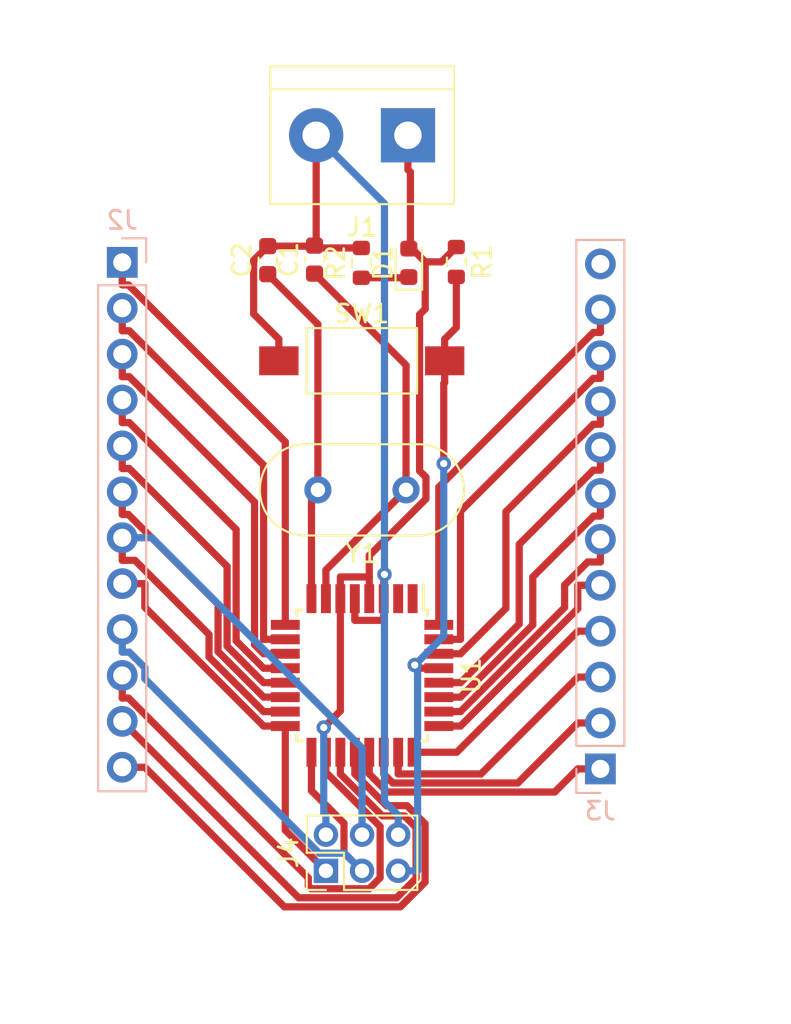
<source format=kicad_pcb>
(kicad_pcb (version 20171130) (host pcbnew "(5.1.6)-1")

  (general
    (thickness 1.6)
    (drawings 7)
    (tracks 216)
    (zones 0)
    (modules 12)
    (nets 30)
  )

  (page A4)
  (layers
    (0 F.Cu signal)
    (31 B.Cu signal)
    (32 B.Adhes user)
    (33 F.Adhes user)
    (34 B.Paste user)
    (35 F.Paste user)
    (36 B.SilkS user)
    (37 F.SilkS user)
    (38 B.Mask user)
    (39 F.Mask user)
    (40 Dwgs.User user)
    (41 Cmts.User user)
    (42 Eco1.User user)
    (43 Eco2.User user)
    (44 Edge.Cuts user)
    (45 Margin user)
    (46 B.CrtYd user)
    (47 F.CrtYd user)
    (48 B.Fab user)
    (49 F.Fab user)
  )

  (setup
    (last_trace_width 0.4)
    (trace_clearance 0.1)
    (zone_clearance 0.508)
    (zone_45_only no)
    (trace_min 0.2)
    (via_size 0.8)
    (via_drill 0.4)
    (via_min_size 0.4)
    (via_min_drill 0.3)
    (uvia_size 0.3)
    (uvia_drill 0.1)
    (uvias_allowed no)
    (uvia_min_size 0.2)
    (uvia_min_drill 0.1)
    (edge_width 0.05)
    (segment_width 0.2)
    (pcb_text_width 0.3)
    (pcb_text_size 1.5 1.5)
    (mod_edge_width 0.12)
    (mod_text_size 1 1)
    (mod_text_width 0.15)
    (pad_size 1.524 1.524)
    (pad_drill 0.762)
    (pad_to_mask_clearance 0.05)
    (aux_axis_origin 0 0)
    (visible_elements 7FFFFFFF)
    (pcbplotparams
      (layerselection 0x00000_ffffffff)
      (usegerberextensions false)
      (usegerberattributes true)
      (usegerberadvancedattributes true)
      (creategerberjobfile true)
      (excludeedgelayer true)
      (linewidth 0.100000)
      (plotframeref false)
      (viasonmask false)
      (mode 1)
      (useauxorigin false)
      (hpglpennumber 1)
      (hpglpenspeed 20)
      (hpglpendiameter 15.000000)
      (psnegative false)
      (psa4output false)
      (plotreference true)
      (plotvalue true)
      (plotinvisibletext false)
      (padsonsilk false)
      (subtractmaskfromsilk false)
      (outputformat 1)
      (mirror false)
      (drillshape 0)
      (scaleselection 1)
      (outputdirectory "gerber"))
  )

  (net 0 "")
  (net 1 "Net-(C1-Pad1)")
  (net 2 GND)
  (net 3 "Net-(C2-Pad1)")
  (net 4 "Net-(J3-Pad3)")
  (net 5 "Net-(J3-Pad6)")
  (net 6 "Net-(J3-Pad7)")
  (net 7 "Net-(J3-Pad8)")
  (net 8 "Net-(D1-Pad1)")
  (net 9 /5+)
  (net 10 "Net-(J2-Pad1)")
  (net 11 "Net-(J2-Pad2)")
  (net 12 "Net-(J2-Pad3)")
  (net 13 "Net-(J2-Pad4)")
  (net 14 "Net-(J2-Pad5)")
  (net 15 "Net-(J2-Pad6)")
  (net 16 "Net-(J2-Pad10)")
  (net 17 /ADC6)
  (net 18 /AREF)
  (net 19 /PD3)
  (net 20 /PD1)
  (net 21 /PD0)
  (net 22 "Net-(J3-Pad5)")
  (net 23 "Net-(J3-Pad4)")
  (net 24 /ADC7)
  (net 25 /AGND21)
  (net 26 /Mosi)
  (net 27 /Miso)
  (net 28 /Sck)
  (net 29 /Reset)

  (net_class Default "This is the default net class."
    (clearance 0.1)
    (trace_width 0.4)
    (via_dia 0.8)
    (via_drill 0.4)
    (uvia_dia 0.3)
    (uvia_drill 0.1)
    (add_net /5+)
    (add_net /ADC6)
    (add_net /ADC7)
    (add_net /AGND21)
    (add_net /AREF)
    (add_net /Miso)
    (add_net /Mosi)
    (add_net /PD0)
    (add_net /PD1)
    (add_net /PD3)
    (add_net /Reset)
    (add_net /Sck)
    (add_net GND)
    (add_net "Net-(C1-Pad1)")
    (add_net "Net-(C2-Pad1)")
    (add_net "Net-(D1-Pad1)")
    (add_net "Net-(J2-Pad1)")
    (add_net "Net-(J2-Pad10)")
    (add_net "Net-(J2-Pad2)")
    (add_net "Net-(J2-Pad3)")
    (add_net "Net-(J2-Pad4)")
    (add_net "Net-(J2-Pad5)")
    (add_net "Net-(J2-Pad6)")
    (add_net "Net-(J3-Pad3)")
    (add_net "Net-(J3-Pad4)")
    (add_net "Net-(J3-Pad5)")
    (add_net "Net-(J3-Pad6)")
    (add_net "Net-(J3-Pad7)")
    (add_net "Net-(J3-Pad8)")
  )

  (module Package_QFP:TQFP-32_7x7mm_P0.8mm (layer F.Cu) (tedit 5A02F146) (tstamp 5F8F9928)
    (at 156.605 77.12 270)
    (descr "32-Lead Plastic Thin Quad Flatpack (PT) - 7x7x1.0 mm Body, 2.00 mm [TQFP] (see Microchip Packaging Specification 00000049BS.pdf)")
    (tags "QFP 0.8")
    (path /5F8F2EE8)
    (attr smd)
    (fp_text reference U1 (at 0 -6.05 90) (layer F.SilkS)
      (effects (font (size 1 1) (thickness 0.15)))
    )
    (fp_text value ATmega8L-8A (at 0 6.05 90) (layer F.Fab)
      (effects (font (size 1 1) (thickness 0.15)))
    )
    (fp_line (start -2.5 -3.5) (end 3.5 -3.5) (layer F.Fab) (width 0.15))
    (fp_line (start 3.5 -3.5) (end 3.5 3.5) (layer F.Fab) (width 0.15))
    (fp_line (start 3.5 3.5) (end -3.5 3.5) (layer F.Fab) (width 0.15))
    (fp_line (start -3.5 3.5) (end -3.5 -2.5) (layer F.Fab) (width 0.15))
    (fp_line (start -3.5 -2.5) (end -2.5 -3.5) (layer F.Fab) (width 0.15))
    (fp_line (start -5.3 -5.3) (end -5.3 5.3) (layer F.CrtYd) (width 0.05))
    (fp_line (start 5.3 -5.3) (end 5.3 5.3) (layer F.CrtYd) (width 0.05))
    (fp_line (start -5.3 -5.3) (end 5.3 -5.3) (layer F.CrtYd) (width 0.05))
    (fp_line (start -5.3 5.3) (end 5.3 5.3) (layer F.CrtYd) (width 0.05))
    (fp_line (start -3.625 -3.625) (end -3.625 -3.4) (layer F.SilkS) (width 0.15))
    (fp_line (start 3.625 -3.625) (end 3.625 -3.3) (layer F.SilkS) (width 0.15))
    (fp_line (start 3.625 3.625) (end 3.625 3.3) (layer F.SilkS) (width 0.15))
    (fp_line (start -3.625 3.625) (end -3.625 3.3) (layer F.SilkS) (width 0.15))
    (fp_line (start -3.625 -3.625) (end -3.3 -3.625) (layer F.SilkS) (width 0.15))
    (fp_line (start -3.625 3.625) (end -3.3 3.625) (layer F.SilkS) (width 0.15))
    (fp_line (start 3.625 3.625) (end 3.3 3.625) (layer F.SilkS) (width 0.15))
    (fp_line (start 3.625 -3.625) (end 3.3 -3.625) (layer F.SilkS) (width 0.15))
    (fp_line (start -3.625 -3.4) (end -5.05 -3.4) (layer F.SilkS) (width 0.15))
    (fp_text user %R (at 0 0 90) (layer F.Fab)
      (effects (font (size 1 1) (thickness 0.15)))
    )
    (pad 1 smd rect (at -4.25 -2.8 270) (size 1.6 0.55) (layers F.Cu F.Paste F.Mask))
    (pad 2 smd rect (at -4.25 -2 270) (size 1.6 0.55) (layers F.Cu F.Paste F.Mask))
    (pad 3 smd rect (at -4.25 -1.2 270) (size 1.6 0.55) (layers F.Cu F.Paste F.Mask)
      (net 2 GND))
    (pad 4 smd rect (at -4.25 -0.4 270) (size 1.6 0.55) (layers F.Cu F.Paste F.Mask)
      (net 9 /5+))
    (pad 5 smd rect (at -4.25 0.4 270) (size 1.6 0.55) (layers F.Cu F.Paste F.Mask)
      (net 2 GND))
    (pad 6 smd rect (at -4.25 1.2 270) (size 1.6 0.55) (layers F.Cu F.Paste F.Mask)
      (net 9 /5+))
    (pad 7 smd rect (at -4.25 2 270) (size 1.6 0.55) (layers F.Cu F.Paste F.Mask)
      (net 1 "Net-(C1-Pad1)"))
    (pad 8 smd rect (at -4.25 2.8 270) (size 1.6 0.55) (layers F.Cu F.Paste F.Mask)
      (net 3 "Net-(C2-Pad1)"))
    (pad 9 smd rect (at -2.8 4.25) (size 1.6 0.55) (layers F.Cu F.Paste F.Mask)
      (net 10 "Net-(J2-Pad1)"))
    (pad 10 smd rect (at -2 4.25) (size 1.6 0.55) (layers F.Cu F.Paste F.Mask)
      (net 11 "Net-(J2-Pad2)"))
    (pad 11 smd rect (at -1.2 4.25) (size 1.6 0.55) (layers F.Cu F.Paste F.Mask)
      (net 12 "Net-(J2-Pad3)"))
    (pad 12 smd rect (at -0.4 4.25) (size 1.6 0.55) (layers F.Cu F.Paste F.Mask)
      (net 13 "Net-(J2-Pad4)"))
    (pad 13 smd rect (at 0.4 4.25) (size 1.6 0.55) (layers F.Cu F.Paste F.Mask)
      (net 14 "Net-(J2-Pad5)"))
    (pad 14 smd rect (at 1.2 4.25) (size 1.6 0.55) (layers F.Cu F.Paste F.Mask)
      (net 15 "Net-(J2-Pad6)"))
    (pad 15 smd rect (at 2 4.25) (size 1.6 0.55) (layers F.Cu F.Paste F.Mask)
      (net 26 /Mosi))
    (pad 16 smd rect (at 2.8 4.25) (size 1.6 0.55) (layers F.Cu F.Paste F.Mask)
      (net 27 /Miso))
    (pad 17 smd rect (at 4.25 2.8 270) (size 1.6 0.55) (layers F.Cu F.Paste F.Mask)
      (net 28 /Sck))
    (pad 18 smd rect (at 4.25 2 270) (size 1.6 0.55) (layers F.Cu F.Paste F.Mask)
      (net 16 "Net-(J2-Pad10)"))
    (pad 19 smd rect (at 4.25 1.2 270) (size 1.6 0.55) (layers F.Cu F.Paste F.Mask)
      (net 17 /ADC6))
    (pad 20 smd rect (at 4.25 0.4 270) (size 1.6 0.55) (layers F.Cu F.Paste F.Mask)
      (net 18 /AREF))
    (pad 21 smd rect (at 4.25 -0.4 270) (size 1.6 0.55) (layers F.Cu F.Paste F.Mask)
      (net 25 /AGND21))
    (pad 22 smd rect (at 4.25 -1.2 270) (size 1.6 0.55) (layers F.Cu F.Paste F.Mask)
      (net 24 /ADC7))
    (pad 23 smd rect (at 4.25 -2 270) (size 1.6 0.55) (layers F.Cu F.Paste F.Mask)
      (net 4 "Net-(J3-Pad3)"))
    (pad 24 smd rect (at 4.25 -2.8 270) (size 1.6 0.55) (layers F.Cu F.Paste F.Mask)
      (net 23 "Net-(J3-Pad4)"))
    (pad 25 smd rect (at 2.8 -4.25) (size 1.6 0.55) (layers F.Cu F.Paste F.Mask)
      (net 22 "Net-(J3-Pad5)"))
    (pad 26 smd rect (at 2 -4.25) (size 1.6 0.55) (layers F.Cu F.Paste F.Mask)
      (net 5 "Net-(J3-Pad6)"))
    (pad 27 smd rect (at 1.2 -4.25) (size 1.6 0.55) (layers F.Cu F.Paste F.Mask)
      (net 6 "Net-(J3-Pad7)"))
    (pad 28 smd rect (at 0.4 -4.25) (size 1.6 0.55) (layers F.Cu F.Paste F.Mask)
      (net 7 "Net-(J3-Pad8)"))
    (pad 29 smd rect (at -0.4 -4.25) (size 1.6 0.55) (layers F.Cu F.Paste F.Mask)
      (net 29 /Reset))
    (pad 30 smd rect (at -1.2 -4.25) (size 1.6 0.55) (layers F.Cu F.Paste F.Mask)
      (net 21 /PD0))
    (pad 31 smd rect (at -2 -4.25) (size 1.6 0.55) (layers F.Cu F.Paste F.Mask)
      (net 20 /PD1))
    (pad 32 smd rect (at -2.8 -4.25) (size 1.6 0.55) (layers F.Cu F.Paste F.Mask)
      (net 19 /PD3))
    (model ${KISYS3DMOD}/Package_QFP.3dshapes/TQFP-32_7x7mm_P0.8mm.wrl
      (at (xyz 0 0 0))
      (scale (xyz 1 1 1))
      (rotate (xyz 0 0 0))
    )
  )

  (module TerminalBlock:TerminalBlock_bornier-2_P5.08mm (layer F.Cu) (tedit 59FF03AB) (tstamp 5F95DACC)
    (at 159.145 47.23 180)
    (descr "simple 2-pin terminal block, pitch 5.08mm, revamped version of bornier2")
    (tags "terminal block bornier2")
    (path /5F8FE358)
    (fp_text reference J1 (at 2.54 -5.08) (layer F.SilkS)
      (effects (font (size 1 1) (thickness 0.15)))
    )
    (fp_text value Screw_Terminal_01x02 (at 2.54 5.08) (layer F.Fab)
      (effects (font (size 1 1) (thickness 0.15)))
    )
    (fp_line (start -2.41 2.55) (end 7.49 2.55) (layer F.Fab) (width 0.1))
    (fp_line (start -2.46 -3.75) (end -2.46 3.75) (layer F.Fab) (width 0.1))
    (fp_line (start -2.46 3.75) (end 7.54 3.75) (layer F.Fab) (width 0.1))
    (fp_line (start 7.54 3.75) (end 7.54 -3.75) (layer F.Fab) (width 0.1))
    (fp_line (start 7.54 -3.75) (end -2.46 -3.75) (layer F.Fab) (width 0.1))
    (fp_line (start 7.62 2.54) (end -2.54 2.54) (layer F.SilkS) (width 0.12))
    (fp_line (start 7.62 3.81) (end 7.62 -3.81) (layer F.SilkS) (width 0.12))
    (fp_line (start 7.62 -3.81) (end -2.54 -3.81) (layer F.SilkS) (width 0.12))
    (fp_line (start -2.54 -3.81) (end -2.54 3.81) (layer F.SilkS) (width 0.12))
    (fp_line (start -2.54 3.81) (end 7.62 3.81) (layer F.SilkS) (width 0.12))
    (fp_line (start -2.71 -4) (end 7.79 -4) (layer F.CrtYd) (width 0.05))
    (fp_line (start -2.71 -4) (end -2.71 4) (layer F.CrtYd) (width 0.05))
    (fp_line (start 7.79 4) (end 7.79 -4) (layer F.CrtYd) (width 0.05))
    (fp_line (start 7.79 4) (end -2.71 4) (layer F.CrtYd) (width 0.05))
    (fp_text user %R (at 2.54 0) (layer F.Fab)
      (effects (font (size 1 1) (thickness 0.15)))
    )
    (pad 1 thru_hole rect (at 0 0 180) (size 3 3) (drill 1.52) (layers *.Cu *.Mask)
      (net 9 /5+))
    (pad 2 thru_hole circle (at 5.08 0 180) (size 3 3) (drill 1.52) (layers *.Cu *.Mask)
      (net 2 GND))
    (model ${KISYS3DMOD}/TerminalBlock.3dshapes/TerminalBlock_bornier-2_P5.08mm.wrl
      (offset (xyz 2.539999961853027 0 0))
      (scale (xyz 1 1 1))
      (rotate (xyz 0 0 0))
    )
  )

  (module Button_Switch_SMD:SW_SPST_FSMSM (layer F.Cu) (tedit 5A02FC95) (tstamp 5F9616BB)
    (at 156.59 59.71)
    (descr http://www.te.com/commerce/DocumentDelivery/DDEController?Action=srchrtrv&DocNm=1437566-3&DocType=Customer+Drawing&DocLang=English)
    (tags "SPST button tactile switch")
    (path /5F8F717C)
    (attr smd)
    (fp_text reference SW1 (at 0 -2.6) (layer F.SilkS)
      (effects (font (size 1 1) (thickness 0.15)))
    )
    (fp_text value SW_Push (at 0 3) (layer F.Fab)
      (effects (font (size 1 1) (thickness 0.15)))
    )
    (fp_line (start -5.95 -2) (end 5.95 -2) (layer F.CrtYd) (width 0.05))
    (fp_line (start -5.95 -2) (end -5.95 2) (layer F.CrtYd) (width 0.05))
    (fp_line (start 3 -1.75) (end 3 1.75) (layer F.Fab) (width 0.1))
    (fp_line (start -3 -1.75) (end -3 1.75) (layer F.Fab) (width 0.1))
    (fp_line (start -3 -1.75) (end 3 -1.75) (layer F.Fab) (width 0.1))
    (fp_line (start -3 1.75) (end 3 1.75) (layer F.Fab) (width 0.1))
    (fp_line (start 5.95 -2) (end 5.95 2) (layer F.CrtYd) (width 0.05))
    (fp_line (start -5.95 2) (end 5.95 2) (layer F.CrtYd) (width 0.05))
    (fp_line (start -1.5 -0.8) (end -1.5 0.8) (layer F.Fab) (width 0.1))
    (fp_line (start 1.5 -0.8) (end 1.5 0.8) (layer F.Fab) (width 0.1))
    (fp_line (start -1.5 -0.8) (end 1.5 -0.8) (layer F.Fab) (width 0.1))
    (fp_line (start -1.5 0.8) (end 1.5 0.8) (layer F.Fab) (width 0.1))
    (fp_line (start -3.06 1.81) (end -3.06 -1.81) (layer F.SilkS) (width 0.12))
    (fp_line (start 3.06 1.81) (end -3.06 1.81) (layer F.SilkS) (width 0.12))
    (fp_line (start 3.06 -1.81) (end 3.06 1.81) (layer F.SilkS) (width 0.12))
    (fp_line (start -3.06 -1.81) (end 3.06 -1.81) (layer F.SilkS) (width 0.12))
    (fp_line (start -1.75 1) (end -1.75 -1) (layer F.Fab) (width 0.1))
    (fp_line (start 1.75 1) (end -1.75 1) (layer F.Fab) (width 0.1))
    (fp_line (start 1.75 -1) (end 1.75 1) (layer F.Fab) (width 0.1))
    (fp_line (start -1.75 -1) (end 1.75 -1) (layer F.Fab) (width 0.1))
    (fp_text user %R (at 0 -2.6) (layer F.Fab)
      (effects (font (size 1 1) (thickness 0.15)))
    )
    (pad 1 smd rect (at -4.59 0) (size 2.18 1.6) (layers F.Cu F.Paste F.Mask)
      (net 2 GND))
    (pad 2 smd rect (at 4.59 0) (size 2.18 1.6) (layers F.Cu F.Paste F.Mask)
      (net 29 /Reset))
    (model ${KISYS3DMOD}/Button_Switch_SMD.3dshapes/SW_SPST_FSMSM.wrl
      (at (xyz 0 0 0))
      (scale (xyz 1 1 1))
      (rotate (xyz 0 0 0))
    )
  )

  (module Capacitor_SMD:C_0603_1608Metric (layer F.Cu) (tedit 5F68FEEE) (tstamp 5F8F97D7)
    (at 153.975 54.11 90)
    (descr "Capacitor SMD 0603 (1608 Metric), square (rectangular) end terminal, IPC_7351 nominal, (Body size source: IPC-SM-782 page 76, https://www.pcb-3d.com/wordpress/wp-content/uploads/ipc-sm-782a_amendment_1_and_2.pdf), generated with kicad-footprint-generator")
    (tags capacitor)
    (path /5F8F618A)
    (attr smd)
    (fp_text reference C1 (at 0 -1.43 90) (layer F.SilkS)
      (effects (font (size 1 1) (thickness 0.15)))
    )
    (fp_text value C (at 0 1.43 90) (layer F.Fab)
      (effects (font (size 1 1) (thickness 0.15)))
    )
    (fp_line (start -0.8 0.4) (end -0.8 -0.4) (layer F.Fab) (width 0.1))
    (fp_line (start -0.8 -0.4) (end 0.8 -0.4) (layer F.Fab) (width 0.1))
    (fp_line (start 0.8 -0.4) (end 0.8 0.4) (layer F.Fab) (width 0.1))
    (fp_line (start 0.8 0.4) (end -0.8 0.4) (layer F.Fab) (width 0.1))
    (fp_line (start -0.14058 -0.51) (end 0.14058 -0.51) (layer F.SilkS) (width 0.12))
    (fp_line (start -0.14058 0.51) (end 0.14058 0.51) (layer F.SilkS) (width 0.12))
    (fp_line (start -1.48 0.73) (end -1.48 -0.73) (layer F.CrtYd) (width 0.05))
    (fp_line (start -1.48 -0.73) (end 1.48 -0.73) (layer F.CrtYd) (width 0.05))
    (fp_line (start 1.48 -0.73) (end 1.48 0.73) (layer F.CrtYd) (width 0.05))
    (fp_line (start 1.48 0.73) (end -1.48 0.73) (layer F.CrtYd) (width 0.05))
    (fp_text user %R (at 0 0 90) (layer F.Fab)
      (effects (font (size 0.4 0.4) (thickness 0.06)))
    )
    (pad 1 smd roundrect (at -0.775 0 90) (size 0.9 0.95) (layers F.Cu F.Paste F.Mask) (roundrect_rratio 0.25)
      (net 1 "Net-(C1-Pad1)"))
    (pad 2 smd roundrect (at 0.775 0 90) (size 0.9 0.95) (layers F.Cu F.Paste F.Mask) (roundrect_rratio 0.25)
      (net 2 GND))
    (model ${KISYS3DMOD}/Capacitor_SMD.3dshapes/C_0603_1608Metric.wrl
      (at (xyz 0 0 0))
      (scale (xyz 1 1 1))
      (rotate (xyz 0 0 0))
    )
  )

  (module Capacitor_SMD:C_0603_1608Metric (layer F.Cu) (tedit 5F68FEEE) (tstamp 5F8F97E8)
    (at 151.385 54.14 90)
    (descr "Capacitor SMD 0603 (1608 Metric), square (rectangular) end terminal, IPC_7351 nominal, (Body size source: IPC-SM-782 page 76, https://www.pcb-3d.com/wordpress/wp-content/uploads/ipc-sm-782a_amendment_1_and_2.pdf), generated with kicad-footprint-generator")
    (tags capacitor)
    (path /5F8F68BA)
    (attr smd)
    (fp_text reference C2 (at 0 -1.43 90) (layer F.SilkS)
      (effects (font (size 1 1) (thickness 0.15)))
    )
    (fp_text value C (at 0 1.43 90) (layer F.Fab)
      (effects (font (size 1 1) (thickness 0.15)))
    )
    (fp_line (start 1.48 0.73) (end -1.48 0.73) (layer F.CrtYd) (width 0.05))
    (fp_line (start 1.48 -0.73) (end 1.48 0.73) (layer F.CrtYd) (width 0.05))
    (fp_line (start -1.48 -0.73) (end 1.48 -0.73) (layer F.CrtYd) (width 0.05))
    (fp_line (start -1.48 0.73) (end -1.48 -0.73) (layer F.CrtYd) (width 0.05))
    (fp_line (start -0.14058 0.51) (end 0.14058 0.51) (layer F.SilkS) (width 0.12))
    (fp_line (start -0.14058 -0.51) (end 0.14058 -0.51) (layer F.SilkS) (width 0.12))
    (fp_line (start 0.8 0.4) (end -0.8 0.4) (layer F.Fab) (width 0.1))
    (fp_line (start 0.8 -0.4) (end 0.8 0.4) (layer F.Fab) (width 0.1))
    (fp_line (start -0.8 -0.4) (end 0.8 -0.4) (layer F.Fab) (width 0.1))
    (fp_line (start -0.8 0.4) (end -0.8 -0.4) (layer F.Fab) (width 0.1))
    (fp_text user %R (at 0 0 90) (layer F.Fab)
      (effects (font (size 0.4 0.4) (thickness 0.06)))
    )
    (pad 2 smd roundrect (at 0.775 0 90) (size 0.9 0.95) (layers F.Cu F.Paste F.Mask) (roundrect_rratio 0.25)
      (net 2 GND))
    (pad 1 smd roundrect (at -0.775 0 90) (size 0.9 0.95) (layers F.Cu F.Paste F.Mask) (roundrect_rratio 0.25)
      (net 3 "Net-(C2-Pad1)"))
    (model ${KISYS3DMOD}/Capacitor_SMD.3dshapes/C_0603_1608Metric.wrl
      (at (xyz 0 0 0))
      (scale (xyz 1 1 1))
      (rotate (xyz 0 0 0))
    )
  )

  (module LED_SMD:LED_0603_1608Metric (layer F.Cu) (tedit 5F68FEF1) (tstamp 5F8F97FB)
    (at 159.195 54.29 90)
    (descr "LED SMD 0603 (1608 Metric), square (rectangular) end terminal, IPC_7351 nominal, (Body size source: http://www.tortai-tech.com/upload/download/2011102023233369053.pdf), generated with kicad-footprint-generator")
    (tags LED)
    (path /5F9001DE)
    (attr smd)
    (fp_text reference D1 (at 0 -1.43 90) (layer F.SilkS)
      (effects (font (size 1 1) (thickness 0.15)))
    )
    (fp_text value LED (at 0 1.43 90) (layer F.Fab)
      (effects (font (size 1 1) (thickness 0.15)))
    )
    (fp_line (start 0.8 -0.4) (end -0.5 -0.4) (layer F.Fab) (width 0.1))
    (fp_line (start -0.5 -0.4) (end -0.8 -0.1) (layer F.Fab) (width 0.1))
    (fp_line (start -0.8 -0.1) (end -0.8 0.4) (layer F.Fab) (width 0.1))
    (fp_line (start -0.8 0.4) (end 0.8 0.4) (layer F.Fab) (width 0.1))
    (fp_line (start 0.8 0.4) (end 0.8 -0.4) (layer F.Fab) (width 0.1))
    (fp_line (start 0.8 -0.735) (end -1.485 -0.735) (layer F.SilkS) (width 0.12))
    (fp_line (start -1.485 -0.735) (end -1.485 0.735) (layer F.SilkS) (width 0.12))
    (fp_line (start -1.485 0.735) (end 0.8 0.735) (layer F.SilkS) (width 0.12))
    (fp_line (start -1.48 0.73) (end -1.48 -0.73) (layer F.CrtYd) (width 0.05))
    (fp_line (start -1.48 -0.73) (end 1.48 -0.73) (layer F.CrtYd) (width 0.05))
    (fp_line (start 1.48 -0.73) (end 1.48 0.73) (layer F.CrtYd) (width 0.05))
    (fp_line (start 1.48 0.73) (end -1.48 0.73) (layer F.CrtYd) (width 0.05))
    (fp_text user %R (at 0 0 90) (layer F.Fab)
      (effects (font (size 0.4 0.4) (thickness 0.06)))
    )
    (pad 1 smd roundrect (at -0.7875 0 90) (size 0.875 0.95) (layers F.Cu F.Paste F.Mask) (roundrect_rratio 0.25)
      (net 8 "Net-(D1-Pad1)"))
    (pad 2 smd roundrect (at 0.7875 0 90) (size 0.875 0.95) (layers F.Cu F.Paste F.Mask) (roundrect_rratio 0.25)
      (net 9 /5+))
    (model ${KISYS3DMOD}/LED_SMD.3dshapes/LED_0603_1608Metric.wrl
      (at (xyz 0 0 0))
      (scale (xyz 1 1 1))
      (rotate (xyz 0 0 0))
    )
  )

  (module Resistor_SMD:R_0603_1608Metric (layer F.Cu) (tedit 5F68FEEE) (tstamp 5F8F98D1)
    (at 161.825 54.24 270)
    (descr "Resistor SMD 0603 (1608 Metric), square (rectangular) end terminal, IPC_7351 nominal, (Body size source: IPC-SM-782 page 72, https://www.pcb-3d.com/wordpress/wp-content/uploads/ipc-sm-782a_amendment_1_and_2.pdf), generated with kicad-footprint-generator")
    (tags resistor)
    (path /5F8F8CB1)
    (attr smd)
    (fp_text reference R1 (at 0 -1.43 90) (layer F.SilkS)
      (effects (font (size 1 1) (thickness 0.15)))
    )
    (fp_text value R (at 0 1.43 90) (layer F.Fab)
      (effects (font (size 1 1) (thickness 0.15)))
    )
    (fp_line (start -0.8 0.4125) (end -0.8 -0.4125) (layer F.Fab) (width 0.1))
    (fp_line (start -0.8 -0.4125) (end 0.8 -0.4125) (layer F.Fab) (width 0.1))
    (fp_line (start 0.8 -0.4125) (end 0.8 0.4125) (layer F.Fab) (width 0.1))
    (fp_line (start 0.8 0.4125) (end -0.8 0.4125) (layer F.Fab) (width 0.1))
    (fp_line (start -0.237258 -0.5225) (end 0.237258 -0.5225) (layer F.SilkS) (width 0.12))
    (fp_line (start -0.237258 0.5225) (end 0.237258 0.5225) (layer F.SilkS) (width 0.12))
    (fp_line (start -1.48 0.73) (end -1.48 -0.73) (layer F.CrtYd) (width 0.05))
    (fp_line (start -1.48 -0.73) (end 1.48 -0.73) (layer F.CrtYd) (width 0.05))
    (fp_line (start 1.48 -0.73) (end 1.48 0.73) (layer F.CrtYd) (width 0.05))
    (fp_line (start 1.48 0.73) (end -1.48 0.73) (layer F.CrtYd) (width 0.05))
    (fp_text user %R (at 0 0 90) (layer F.Fab)
      (effects (font (size 0.4 0.4) (thickness 0.06)))
    )
    (pad 1 smd roundrect (at -0.825 0 270) (size 0.8 0.95) (layers F.Cu F.Paste F.Mask) (roundrect_rratio 0.25)
      (net 9 /5+))
    (pad 2 smd roundrect (at 0.825 0 270) (size 0.8 0.95) (layers F.Cu F.Paste F.Mask) (roundrect_rratio 0.25)
      (net 29 /Reset))
    (model ${KISYS3DMOD}/Resistor_SMD.3dshapes/R_0603_1608Metric.wrl
      (at (xyz 0 0 0))
      (scale (xyz 1 1 1))
      (rotate (xyz 0 0 0))
    )
  )

  (module Resistor_SMD:R_0603_1608Metric (layer F.Cu) (tedit 5F68FEEE) (tstamp 5F95CED5)
    (at 156.565 54.29 90)
    (descr "Resistor SMD 0603 (1608 Metric), square (rectangular) end terminal, IPC_7351 nominal, (Body size source: IPC-SM-782 page 72, https://www.pcb-3d.com/wordpress/wp-content/uploads/ipc-sm-782a_amendment_1_and_2.pdf), generated with kicad-footprint-generator")
    (tags resistor)
    (path /5F95FD92)
    (attr smd)
    (fp_text reference R2 (at 0 -1.43 90) (layer F.SilkS)
      (effects (font (size 1 1) (thickness 0.15)))
    )
    (fp_text value R (at 0 1.43 90) (layer F.Fab)
      (effects (font (size 1 1) (thickness 0.15)))
    )
    (fp_line (start -0.8 0.4125) (end -0.8 -0.4125) (layer F.Fab) (width 0.1))
    (fp_line (start -0.8 -0.4125) (end 0.8 -0.4125) (layer F.Fab) (width 0.1))
    (fp_line (start 0.8 -0.4125) (end 0.8 0.4125) (layer F.Fab) (width 0.1))
    (fp_line (start 0.8 0.4125) (end -0.8 0.4125) (layer F.Fab) (width 0.1))
    (fp_line (start -0.237258 -0.5225) (end 0.237258 -0.5225) (layer F.SilkS) (width 0.12))
    (fp_line (start -0.237258 0.5225) (end 0.237258 0.5225) (layer F.SilkS) (width 0.12))
    (fp_line (start -1.48 0.73) (end -1.48 -0.73) (layer F.CrtYd) (width 0.05))
    (fp_line (start -1.48 -0.73) (end 1.48 -0.73) (layer F.CrtYd) (width 0.05))
    (fp_line (start 1.48 -0.73) (end 1.48 0.73) (layer F.CrtYd) (width 0.05))
    (fp_line (start 1.48 0.73) (end -1.48 0.73) (layer F.CrtYd) (width 0.05))
    (fp_text user %R (at 0 0 90) (layer F.Fab)
      (effects (font (size 0.4 0.4) (thickness 0.06)))
    )
    (pad 2 smd roundrect (at 0.825 0 90) (size 0.8 0.95) (layers F.Cu F.Paste F.Mask) (roundrect_rratio 0.25)
      (net 2 GND))
    (pad 1 smd roundrect (at -0.825 0 90) (size 0.8 0.95) (layers F.Cu F.Paste F.Mask) (roundrect_rratio 0.25)
      (net 8 "Net-(D1-Pad1)"))
    (model ${KISYS3DMOD}/Resistor_SMD.3dshapes/R_0603_1608Metric.wrl
      (at (xyz 0 0 0))
      (scale (xyz 1 1 1))
      (rotate (xyz 0 0 0))
    )
  )

  (module Crystal:Crystal_HC49-U_Vertical (layer F.Cu) (tedit 5A1AD3B8) (tstamp 5F9B05FF)
    (at 159.04 66.85 180)
    (descr "Crystal THT HC-49/U http://5hertz.com/pdfs/04404_D.pdf")
    (tags "THT crystalHC-49/U")
    (path /5F8F40FC)
    (fp_text reference Y1 (at 2.44 -3.525) (layer F.SilkS)
      (effects (font (size 1 1) (thickness 0.15)))
    )
    (fp_text value Crystal (at 2.44 3.525) (layer F.Fab)
      (effects (font (size 1 1) (thickness 0.15)))
    )
    (fp_line (start 8.4 -2.8) (end -3.5 -2.8) (layer F.CrtYd) (width 0.05))
    (fp_line (start 8.4 2.8) (end 8.4 -2.8) (layer F.CrtYd) (width 0.05))
    (fp_line (start -3.5 2.8) (end 8.4 2.8) (layer F.CrtYd) (width 0.05))
    (fp_line (start -3.5 -2.8) (end -3.5 2.8) (layer F.CrtYd) (width 0.05))
    (fp_line (start -0.685 2.525) (end 5.565 2.525) (layer F.SilkS) (width 0.12))
    (fp_line (start -0.685 -2.525) (end 5.565 -2.525) (layer F.SilkS) (width 0.12))
    (fp_line (start -0.56 2) (end 5.44 2) (layer F.Fab) (width 0.1))
    (fp_line (start -0.56 -2) (end 5.44 -2) (layer F.Fab) (width 0.1))
    (fp_line (start -0.685 2.325) (end 5.565 2.325) (layer F.Fab) (width 0.1))
    (fp_line (start -0.685 -2.325) (end 5.565 -2.325) (layer F.Fab) (width 0.1))
    (fp_text user %R (at 2.71 0) (layer F.Fab)
      (effects (font (size 1 1) (thickness 0.15)))
    )
    (fp_arc (start -0.685 0) (end -0.685 -2.325) (angle -180) (layer F.Fab) (width 0.1))
    (fp_arc (start 5.565 0) (end 5.565 -2.325) (angle 180) (layer F.Fab) (width 0.1))
    (fp_arc (start -0.56 0) (end -0.56 -2) (angle -180) (layer F.Fab) (width 0.1))
    (fp_arc (start 5.44 0) (end 5.44 -2) (angle 180) (layer F.Fab) (width 0.1))
    (fp_arc (start -0.685 0) (end -0.685 -2.525) (angle -180) (layer F.SilkS) (width 0.12))
    (fp_arc (start 5.565 0) (end 5.565 -2.525) (angle 180) (layer F.SilkS) (width 0.12))
    (pad 1 thru_hole circle (at 0 0 180) (size 1.5 1.5) (drill 0.8) (layers *.Cu *.Mask)
      (net 1 "Net-(C1-Pad1)"))
    (pad 2 thru_hole circle (at 4.88 0 180) (size 1.5 1.5) (drill 0.8) (layers *.Cu *.Mask)
      (net 3 "Net-(C2-Pad1)"))
    (model ${KISYS3DMOD}/Crystal.3dshapes/Crystal_HC49-U_Vertical.wrl
      (at (xyz 0 0 0))
      (scale (xyz 1 1 1))
      (rotate (xyz 0 0 0))
    )
  )

  (module Connector_PinHeader_2.54mm:PinHeader_1x12_P2.54mm_Vertical (layer B.Cu) (tedit 59FED5CC) (tstamp 5F961479)
    (at 143.33 54.26 180)
    (descr "Through hole straight pin header, 1x12, 2.54mm pitch, single row")
    (tags "Through hole pin header THT 1x12 2.54mm single row")
    (path /5F95C7E0)
    (fp_text reference J2 (at 0 2.33) (layer B.SilkS)
      (effects (font (size 1 1) (thickness 0.15)) (justify mirror))
    )
    (fp_text value Conn_01x12_Male (at 0 -30.27) (layer B.Fab)
      (effects (font (size 1 1) (thickness 0.15)) (justify mirror))
    )
    (fp_line (start 1.8 1.8) (end -1.8 1.8) (layer B.CrtYd) (width 0.05))
    (fp_line (start 1.8 -29.75) (end 1.8 1.8) (layer B.CrtYd) (width 0.05))
    (fp_line (start -1.8 -29.75) (end 1.8 -29.75) (layer B.CrtYd) (width 0.05))
    (fp_line (start -1.8 1.8) (end -1.8 -29.75) (layer B.CrtYd) (width 0.05))
    (fp_line (start -1.33 1.33) (end 0 1.33) (layer B.SilkS) (width 0.12))
    (fp_line (start -1.33 0) (end -1.33 1.33) (layer B.SilkS) (width 0.12))
    (fp_line (start -1.33 -1.27) (end 1.33 -1.27) (layer B.SilkS) (width 0.12))
    (fp_line (start 1.33 -1.27) (end 1.33 -29.27) (layer B.SilkS) (width 0.12))
    (fp_line (start -1.33 -1.27) (end -1.33 -29.27) (layer B.SilkS) (width 0.12))
    (fp_line (start -1.33 -29.27) (end 1.33 -29.27) (layer B.SilkS) (width 0.12))
    (fp_line (start -1.27 0.635) (end -0.635 1.27) (layer B.Fab) (width 0.1))
    (fp_line (start -1.27 -29.21) (end -1.27 0.635) (layer B.Fab) (width 0.1))
    (fp_line (start 1.27 -29.21) (end -1.27 -29.21) (layer B.Fab) (width 0.1))
    (fp_line (start 1.27 1.27) (end 1.27 -29.21) (layer B.Fab) (width 0.1))
    (fp_line (start -0.635 1.27) (end 1.27 1.27) (layer B.Fab) (width 0.1))
    (fp_text user %R (at 0 -13.97 270) (layer B.Fab)
      (effects (font (size 1 1) (thickness 0.15)) (justify mirror))
    )
    (pad 1 thru_hole rect (at 0 0 180) (size 1.7 1.7) (drill 1) (layers *.Cu *.Mask)
      (net 10 "Net-(J2-Pad1)"))
    (pad 2 thru_hole oval (at 0 -2.54 180) (size 1.7 1.7) (drill 1) (layers *.Cu *.Mask)
      (net 11 "Net-(J2-Pad2)"))
    (pad 3 thru_hole oval (at 0 -5.08 180) (size 1.7 1.7) (drill 1) (layers *.Cu *.Mask)
      (net 12 "Net-(J2-Pad3)"))
    (pad 4 thru_hole oval (at 0 -7.62 180) (size 1.7 1.7) (drill 1) (layers *.Cu *.Mask)
      (net 13 "Net-(J2-Pad4)"))
    (pad 5 thru_hole oval (at 0 -10.16 180) (size 1.7 1.7) (drill 1) (layers *.Cu *.Mask)
      (net 14 "Net-(J2-Pad5)"))
    (pad 6 thru_hole oval (at 0 -12.7 180) (size 1.7 1.7) (drill 1) (layers *.Cu *.Mask)
      (net 15 "Net-(J2-Pad6)"))
    (pad 7 thru_hole oval (at 0 -15.24 180) (size 1.7 1.7) (drill 1) (layers *.Cu *.Mask)
      (net 26 /Mosi))
    (pad 8 thru_hole oval (at 0 -17.78 180) (size 1.7 1.7) (drill 1) (layers *.Cu *.Mask)
      (net 27 /Miso))
    (pad 9 thru_hole oval (at 0 -20.32 180) (size 1.7 1.7) (drill 1) (layers *.Cu *.Mask)
      (net 28 /Sck))
    (pad 10 thru_hole oval (at 0 -22.86 180) (size 1.7 1.7) (drill 1) (layers *.Cu *.Mask)
      (net 16 "Net-(J2-Pad10)"))
    (pad 11 thru_hole oval (at 0 -25.4 180) (size 1.7 1.7) (drill 1) (layers *.Cu *.Mask)
      (net 17 /ADC6))
    (pad 12 thru_hole oval (at 0 -27.94 180) (size 1.7 1.7) (drill 1) (layers *.Cu *.Mask)
      (net 18 /AREF))
    (model ${KISYS3DMOD}/Connector_PinHeader_2.54mm.3dshapes/PinHeader_1x12_P2.54mm_Vertical.wrl
      (at (xyz 0 0 0))
      (scale (xyz 1 1 1))
      (rotate (xyz 0 0 0))
    )
  )

  (module Connector_PinHeader_2.54mm:PinHeader_1x12_P2.54mm_Vertical (layer B.Cu) (tedit 59FED5CC) (tstamp 5F95EC4A)
    (at 169.8 82.29)
    (descr "Through hole straight pin header, 1x12, 2.54mm pitch, single row")
    (tags "Through hole pin header THT 1x12 2.54mm single row")
    (path /5F978C9B)
    (fp_text reference J3 (at 0 2.33) (layer B.SilkS)
      (effects (font (size 1 1) (thickness 0.15)) (justify mirror))
    )
    (fp_text value Conn_01x12_Male (at 0 -29.017501) (layer B.Fab)
      (effects (font (size 1 1) (thickness 0.15)) (justify mirror))
    )
    (fp_line (start -0.635 1.27) (end 1.27 1.27) (layer B.Fab) (width 0.1))
    (fp_line (start 1.27 1.27) (end 1.27 -29.21) (layer B.Fab) (width 0.1))
    (fp_line (start 1.27 -29.21) (end -1.27 -29.21) (layer B.Fab) (width 0.1))
    (fp_line (start -1.27 -29.21) (end -1.27 0.635) (layer B.Fab) (width 0.1))
    (fp_line (start -1.27 0.635) (end -0.635 1.27) (layer B.Fab) (width 0.1))
    (fp_line (start -1.33 -29.27) (end 1.33 -29.27) (layer B.SilkS) (width 0.12))
    (fp_line (start -1.33 -1.27) (end -1.33 -29.27) (layer B.SilkS) (width 0.12))
    (fp_line (start 1.33 -1.27) (end 1.33 -29.27) (layer B.SilkS) (width 0.12))
    (fp_line (start -1.33 -1.27) (end 1.33 -1.27) (layer B.SilkS) (width 0.12))
    (fp_line (start -1.33 0) (end -1.33 1.33) (layer B.SilkS) (width 0.12))
    (fp_line (start -1.33 1.33) (end 0 1.33) (layer B.SilkS) (width 0.12))
    (fp_line (start -1.8 1.8) (end -1.8 -29.75) (layer B.CrtYd) (width 0.05))
    (fp_line (start -1.8 -29.75) (end 1.8 -29.75) (layer B.CrtYd) (width 0.05))
    (fp_line (start 1.8 -29.75) (end 1.8 1.8) (layer B.CrtYd) (width 0.05))
    (fp_line (start 1.8 1.8) (end -1.8 1.8) (layer B.CrtYd) (width 0.05))
    (fp_text user %R (at 0 -13.97 -90) (layer B.Fab)
      (effects (font (size 1 1) (thickness 0.15)) (justify mirror))
    )
    (pad 12 thru_hole oval (at 0 -27.94) (size 1.7 1.7) (drill 1) (layers *.Cu *.Mask))
    (pad 11 thru_hole oval (at 0 -25.4) (size 1.7 1.7) (drill 1) (layers *.Cu *.Mask)
      (net 19 /PD3))
    (pad 10 thru_hole oval (at 0 -22.86) (size 1.7 1.7) (drill 1) (layers *.Cu *.Mask)
      (net 20 /PD1))
    (pad 9 thru_hole oval (at 0 -20.32) (size 1.7 1.7) (drill 1) (layers *.Cu *.Mask)
      (net 21 /PD0))
    (pad 8 thru_hole oval (at 0 -17.78) (size 1.7 1.7) (drill 1) (layers *.Cu *.Mask)
      (net 7 "Net-(J3-Pad8)"))
    (pad 7 thru_hole oval (at 0 -15.24) (size 1.7 1.7) (drill 1) (layers *.Cu *.Mask)
      (net 6 "Net-(J3-Pad7)"))
    (pad 6 thru_hole oval (at 0 -12.7) (size 1.7 1.7) (drill 1) (layers *.Cu *.Mask)
      (net 5 "Net-(J3-Pad6)"))
    (pad 5 thru_hole oval (at 0 -10.16) (size 1.7 1.7) (drill 1) (layers *.Cu *.Mask)
      (net 22 "Net-(J3-Pad5)"))
    (pad 4 thru_hole oval (at 0 -7.62) (size 1.7 1.7) (drill 1) (layers *.Cu *.Mask)
      (net 23 "Net-(J3-Pad4)"))
    (pad 3 thru_hole oval (at 0 -5.08) (size 1.7 1.7) (drill 1) (layers *.Cu *.Mask)
      (net 4 "Net-(J3-Pad3)"))
    (pad 2 thru_hole oval (at 0 -2.54) (size 1.7 1.7) (drill 1) (layers *.Cu *.Mask)
      (net 24 /ADC7))
    (pad 1 thru_hole rect (at 0 0) (size 1.7 1.7) (drill 1) (layers *.Cu *.Mask)
      (net 25 /AGND21))
    (model ${KISYS3DMOD}/Connector_PinHeader_2.54mm.3dshapes/PinHeader_1x12_P2.54mm_Vertical.wrl
      (at (xyz 0 0 0))
      (scale (xyz 1 1 1))
      (rotate (xyz 0 0 0))
    )
  )

  (module Connector_PinHeader_2.00mm:PinHeader_2x03_P2.00mm_Vertical (layer F.Cu) (tedit 59FED667) (tstamp 5F9B04B9)
    (at 154.605 87.93 90)
    (descr "Through hole straight pin header, 2x03, 2.00mm pitch, double rows")
    (tags "Through hole pin header THT 2x03 2.00mm double row")
    (path /5F9B4F54)
    (fp_text reference J4 (at 1 -2.06 90) (layer F.SilkS)
      (effects (font (size 1 1) (thickness 0.15)))
    )
    (fp_text value Conn_02x03_Odd_Even (at 1 6.06 90) (layer F.Fab)
      (effects (font (size 1 1) (thickness 0.15)))
    )
    (fp_line (start 3.5 -1.5) (end -1.5 -1.5) (layer F.CrtYd) (width 0.05))
    (fp_line (start 3.5 5.5) (end 3.5 -1.5) (layer F.CrtYd) (width 0.05))
    (fp_line (start -1.5 5.5) (end 3.5 5.5) (layer F.CrtYd) (width 0.05))
    (fp_line (start -1.5 -1.5) (end -1.5 5.5) (layer F.CrtYd) (width 0.05))
    (fp_line (start -1.06 -1.06) (end 0 -1.06) (layer F.SilkS) (width 0.12))
    (fp_line (start -1.06 0) (end -1.06 -1.06) (layer F.SilkS) (width 0.12))
    (fp_line (start 1 -1.06) (end 3.06 -1.06) (layer F.SilkS) (width 0.12))
    (fp_line (start 1 1) (end 1 -1.06) (layer F.SilkS) (width 0.12))
    (fp_line (start -1.06 1) (end 1 1) (layer F.SilkS) (width 0.12))
    (fp_line (start 3.06 -1.06) (end 3.06 5.06) (layer F.SilkS) (width 0.12))
    (fp_line (start -1.06 1) (end -1.06 5.06) (layer F.SilkS) (width 0.12))
    (fp_line (start -1.06 5.06) (end 3.06 5.06) (layer F.SilkS) (width 0.12))
    (fp_line (start -1 0) (end 0 -1) (layer F.Fab) (width 0.1))
    (fp_line (start -1 5) (end -1 0) (layer F.Fab) (width 0.1))
    (fp_line (start 3 5) (end -1 5) (layer F.Fab) (width 0.1))
    (fp_line (start 3 -1) (end 3 5) (layer F.Fab) (width 0.1))
    (fp_line (start 0 -1) (end 3 -1) (layer F.Fab) (width 0.1))
    (fp_text user %R (at 1 2) (layer F.Fab)
      (effects (font (size 1 1) (thickness 0.15)))
    )
    (pad 1 thru_hole rect (at 0 0 90) (size 1.35 1.35) (drill 0.8) (layers *.Cu *.Mask)
      (net 27 /Miso))
    (pad 2 thru_hole oval (at 2 0 90) (size 1.35 1.35) (drill 0.8) (layers *.Cu *.Mask)
      (net 9 /5+))
    (pad 3 thru_hole oval (at 0 2 90) (size 1.35 1.35) (drill 0.8) (layers *.Cu *.Mask)
      (net 28 /Sck))
    (pad 4 thru_hole oval (at 2 2 90) (size 1.35 1.35) (drill 0.8) (layers *.Cu *.Mask)
      (net 26 /Mosi))
    (pad 5 thru_hole oval (at 0 4 90) (size 1.35 1.35) (drill 0.8) (layers *.Cu *.Mask)
      (net 29 /Reset))
    (pad 6 thru_hole oval (at 2 4 90) (size 1.35 1.35) (drill 0.8) (layers *.Cu *.Mask)
      (net 2 GND))
    (model ${KISYS3DMOD}/Connector_PinHeader_2.00mm.3dshapes/PinHeader_2x03_P2.00mm_Vertical.wrl
      (at (xyz 0 0 0))
      (scale (xyz 1 1 1))
      (rotate (xyz 0 0 0))
    )
  )

  (dimension 33.14 (width 0.15) (layer Margin)
    (gr_text "33,140 mm" (at 156.5 97.06) (layer Margin)
      (effects (font (size 1 1) (thickness 0.15)))
    )
    (feature1 (pts (xy 173.07 91.25) (xy 173.07 96.346421)))
    (feature2 (pts (xy 139.93 91.25) (xy 139.93 96.346421)))
    (crossbar (pts (xy 139.93 95.76) (xy 173.07 95.76)))
    (arrow1a (pts (xy 173.07 95.76) (xy 171.943496 96.346421)))
    (arrow1b (pts (xy 173.07 95.76) (xy 171.943496 95.173579)))
    (arrow2a (pts (xy 139.93 95.76) (xy 141.056504 96.346421)))
    (arrow2b (pts (xy 139.93 95.76) (xy 141.056504 95.173579)))
  )
  (dimension 51.48 (width 0.15) (layer Margin)
    (gr_text "51,480 mm" (at 179.01 65.58 270) (layer Margin)
      (effects (font (size 1 1) (thickness 0.15)))
    )
    (feature1 (pts (xy 172.94 91.32) (xy 178.296421 91.32)))
    (feature2 (pts (xy 172.94 39.84) (xy 178.296421 39.84)))
    (crossbar (pts (xy 177.71 39.84) (xy 177.71 91.32)))
    (arrow1a (pts (xy 177.71 91.32) (xy 177.123579 90.193496)))
    (arrow1b (pts (xy 177.71 91.32) (xy 178.296421 90.193496)))
    (arrow2a (pts (xy 177.71 39.84) (xy 177.123579 40.966504)))
    (arrow2b (pts (xy 177.71 39.84) (xy 178.296421 40.966504)))
  )
  (gr_line (start 139.93 39.85) (end 140.02 39.82) (layer Margin) (width 0.15))
  (gr_line (start 140.02 91.32) (end 140.02 39.85) (layer Margin) (width 0.15) (tstamp 5F9B1430))
  (gr_line (start 173.08 91.32) (end 140.02 91.32) (layer Margin) (width 0.15))
  (gr_line (start 173.08 39.85) (end 173.08 91.32) (layer Margin) (width 0.15))
  (gr_line (start 139.93 39.85) (end 173.08 39.85) (layer Margin) (width 0.15))

  (segment (start 153.975 54.885) (end 159.04 59.95) (width 0.4) (layer F.Cu) (net 1))
  (segment (start 159.04 59.95) (end 159.04 66.85) (width 0.4) (layer F.Cu) (net 1))
  (segment (start 159.04 66.85) (end 154.605 71.285) (width 0.4) (layer F.Cu) (net 1))
  (segment (start 154.605 71.285) (end 154.605 72.87) (width 0.4) (layer F.Cu) (net 1))
  (segment (start 157.805 72.87) (end 157.805 74.07) (width 0.4) (layer F.Cu) (net 2))
  (segment (start 156.205 72.87) (end 156.205 74.07) (width 0.4) (layer F.Cu) (net 2))
  (segment (start 156.205 74.07) (end 157.805 74.07) (width 0.4) (layer F.Cu) (net 2))
  (segment (start 158.605 85.93) (end 158.605 84.855) (width 0.4) (layer B.Cu) (net 2))
  (segment (start 157.8459 71.5306) (end 157.8459 84.0959) (width 0.4) (layer B.Cu) (net 2))
  (segment (start 157.8459 84.0959) (end 158.605 84.855) (width 0.4) (layer B.Cu) (net 2))
  (segment (start 154.065 47.23) (end 157.8459 51.0109) (width 0.4) (layer B.Cu) (net 2))
  (segment (start 157.8459 51.0109) (end 157.8459 71.5306) (width 0.4) (layer B.Cu) (net 2))
  (segment (start 157.805 71.67) (end 157.8459 71.6291) (width 0.4) (layer F.Cu) (net 2))
  (segment (start 157.8459 71.6291) (end 157.8459 71.5306) (width 0.4) (layer F.Cu) (net 2))
  (segment (start 157.805 72.87) (end 157.805 71.67) (width 0.4) (layer F.Cu) (net 2))
  (segment (start 154.065 53.245) (end 153.975 53.335) (width 0.4) (layer F.Cu) (net 2))
  (segment (start 154.065 47.23) (end 154.065 53.245) (width 0.4) (layer F.Cu) (net 2))
  (segment (start 156.565 53.465) (end 154.285 53.465) (width 0.4) (layer F.Cu) (net 2))
  (segment (start 154.285 53.465) (end 154.065 53.245) (width 0.4) (layer F.Cu) (net 2))
  (segment (start 152 59.71) (end 152 58.51) (width 0.4) (layer F.Cu) (net 2))
  (segment (start 151.385 53.365) (end 150.6048 54.1452) (width 0.4) (layer F.Cu) (net 2))
  (segment (start 150.6048 54.1452) (end 150.6048 57.1148) (width 0.4) (layer F.Cu) (net 2))
  (segment (start 150.6048 57.1148) (end 152 58.51) (width 0.4) (layer F.Cu) (net 2))
  (segment (start 153.975 53.335) (end 153.945 53.365) (width 0.4) (layer F.Cu) (net 2))
  (segment (start 153.945 53.365) (end 151.385 53.365) (width 0.4) (layer F.Cu) (net 2))
  (via (at 157.8459 71.5306) (size 0.8) (layers F.Cu B.Cu) (net 2))
  (segment (start 151.385 54.915) (end 154.16 57.69) (width 0.4) (layer F.Cu) (net 3))
  (segment (start 154.16 57.69) (end 154.16 66.85) (width 0.4) (layer F.Cu) (net 3))
  (segment (start 154.16 66.85) (end 153.805 67.205) (width 0.4) (layer F.Cu) (net 3))
  (segment (start 153.805 67.205) (end 153.805 72.87) (width 0.4) (layer F.Cu) (net 3))
  (segment (start 158.605 81.37) (end 158.605 82.57) (width 0.4) (layer F.Cu) (net 4))
  (segment (start 169.8 77.21) (end 168.55 77.21) (width 0.4) (layer F.Cu) (net 4))
  (segment (start 168.55 77.21) (end 163.19 82.57) (width 0.4) (layer F.Cu) (net 4))
  (segment (start 163.19 82.57) (end 158.605 82.57) (width 0.4) (layer F.Cu) (net 4))
  (segment (start 160.855 79.12) (end 162.055 79.12) (width 0.4) (layer F.Cu) (net 5))
  (segment (start 169.8 69.59) (end 169.8 70.84) (width 0.4) (layer F.Cu) (net 5))
  (segment (start 169.8 70.84) (end 169.0969 70.84) (width 0.4) (layer F.Cu) (net 5))
  (segment (start 169.0969 70.84) (end 167.8203 72.1166) (width 0.4) (layer F.Cu) (net 5))
  (segment (start 167.8203 72.1166) (end 167.8203 73.3547) (width 0.4) (layer F.Cu) (net 5))
  (segment (start 167.8203 73.3547) (end 162.055 79.12) (width 0.4) (layer F.Cu) (net 5))
  (segment (start 160.855 78.32) (end 162.055 78.32) (width 0.4) (layer F.Cu) (net 6))
  (segment (start 169.8 67.05) (end 169.8 68.3) (width 0.4) (layer F.Cu) (net 6))
  (segment (start 169.8 68.3) (end 169.4258 68.3) (width 0.4) (layer F.Cu) (net 6))
  (segment (start 169.4258 68.3) (end 166.0559 71.6699) (width 0.4) (layer F.Cu) (net 6))
  (segment (start 166.0559 71.6699) (end 166.0559 74.3191) (width 0.4) (layer F.Cu) (net 6))
  (segment (start 166.0559 74.3191) (end 162.055 78.32) (width 0.4) (layer F.Cu) (net 6))
  (segment (start 169.8 65.76) (end 169.4094 65.76) (width 0.4) (layer F.Cu) (net 7))
  (segment (start 169.4094 65.76) (end 165.3056 69.8638) (width 0.4) (layer F.Cu) (net 7))
  (segment (start 165.3056 69.8638) (end 165.3056 74.2694) (width 0.4) (layer F.Cu) (net 7))
  (segment (start 165.3056 74.2694) (end 162.055 77.52) (width 0.4) (layer F.Cu) (net 7))
  (segment (start 160.855 77.52) (end 162.055 77.52) (width 0.4) (layer F.Cu) (net 7))
  (segment (start 169.8 64.51) (end 169.8 65.76) (width 0.4) (layer F.Cu) (net 7))
  (segment (start 156.565 55.115) (end 159.1575 55.115) (width 0.4) (layer F.Cu) (net 8))
  (segment (start 159.1575 55.115) (end 159.195 55.0775) (width 0.4) (layer F.Cu) (net 8))
  (segment (start 154.605 85.93) (end 154.605 84.855) (width 0.4) (layer B.Cu) (net 9))
  (segment (start 154.4845 80.0007) (end 155.405 79.0802) (width 0.4) (layer F.Cu) (net 9))
  (segment (start 155.405 79.0802) (end 155.405 72.87) (width 0.4) (layer F.Cu) (net 9))
  (segment (start 154.605 84.855) (end 154.4845 84.7345) (width 0.4) (layer B.Cu) (net 9))
  (segment (start 154.4845 84.7345) (end 154.4845 80.0007) (width 0.4) (layer B.Cu) (net 9))
  (segment (start 160.1032 54.2357) (end 159.2825 53.415) (width 0.4) (layer F.Cu) (net 9))
  (segment (start 161.825 53.415) (end 161.0043 54.2357) (width 0.4) (layer F.Cu) (net 9))
  (segment (start 161.0043 54.2357) (end 160.1032 54.2357) (width 0.4) (layer F.Cu) (net 9))
  (segment (start 160.1032 54.2357) (end 160.1032 56.8395) (width 0.4) (layer F.Cu) (net 9))
  (segment (start 160.1032 56.8395) (end 159.7896 57.1531) (width 0.4) (layer F.Cu) (net 9))
  (segment (start 159.7896 57.1531) (end 159.7896 65.7978) (width 0.4) (layer F.Cu) (net 9))
  (segment (start 159.7896 65.7978) (end 160.1427 66.1509) (width 0.4) (layer F.Cu) (net 9))
  (segment (start 160.1427 66.1509) (end 160.1427 67.349) (width 0.4) (layer F.Cu) (net 9))
  (segment (start 160.1427 67.349) (end 157.005 70.4867) (width 0.4) (layer F.Cu) (net 9))
  (segment (start 157.005 70.4867) (end 157.005 71.67) (width 0.4) (layer F.Cu) (net 9))
  (segment (start 157.005 72.87) (end 157.005 71.67) (width 0.4) (layer F.Cu) (net 9))
  (segment (start 155.405 72.87) (end 155.405 71.67) (width 0.4) (layer F.Cu) (net 9))
  (segment (start 155.405 71.67) (end 157.005 71.67) (width 0.4) (layer F.Cu) (net 9))
  (segment (start 159.2825 53.415) (end 159.195 53.5025) (width 0.4) (layer F.Cu) (net 9))
  (segment (start 159.145 49.13) (end 159.2825 49.2675) (width 0.4) (layer F.Cu) (net 9))
  (segment (start 159.2825 49.2675) (end 159.2825 53.415) (width 0.4) (layer F.Cu) (net 9))
  (segment (start 159.145 47.23) (end 159.145 49.13) (width 0.4) (layer F.Cu) (net 9))
  (via (at 154.4845 80.0007) (size 0.8) (layers F.Cu B.Cu) (net 9))
  (segment (start 152.355 74.32) (end 152.355 64.1932) (width 0.4) (layer F.Cu) (net 10))
  (segment (start 152.355 64.1932) (end 143.6718 55.51) (width 0.4) (layer F.Cu) (net 10))
  (segment (start 143.6718 55.51) (end 143.33 55.51) (width 0.4) (layer F.Cu) (net 10))
  (segment (start 143.33 54.26) (end 143.33 55.51) (width 0.4) (layer F.Cu) (net 10))
  (segment (start 152.355 75.12) (end 151.155 75.12) (width 0.4) (layer F.Cu) (net 11))
  (segment (start 143.33 56.8) (end 143.33 58.05) (width 0.4) (layer F.Cu) (net 11))
  (segment (start 143.33 58.05) (end 143.7206 58.05) (width 0.4) (layer F.Cu) (net 11))
  (segment (start 143.7206 58.05) (end 151.155 65.4844) (width 0.4) (layer F.Cu) (net 11))
  (segment (start 151.155 65.4844) (end 151.155 75.12) (width 0.4) (layer F.Cu) (net 11))
  (segment (start 143.33 60.59) (end 143.7185 60.59) (width 0.4) (layer F.Cu) (net 12))
  (segment (start 143.7185 60.59) (end 150.6547 67.5262) (width 0.4) (layer F.Cu) (net 12))
  (segment (start 150.6547 67.5262) (end 150.6547 75.4197) (width 0.4) (layer F.Cu) (net 12))
  (segment (start 150.6547 75.4197) (end 151.155 75.92) (width 0.4) (layer F.Cu) (net 12))
  (segment (start 152.355 75.92) (end 151.155 75.92) (width 0.4) (layer F.Cu) (net 12))
  (segment (start 143.33 59.34) (end 143.33 60.59) (width 0.4) (layer F.Cu) (net 12))
  (segment (start 143.33 63.13) (end 143.7185 63.13) (width 0.4) (layer F.Cu) (net 13))
  (segment (start 143.7185 63.13) (end 149.6343 69.0458) (width 0.4) (layer F.Cu) (net 13))
  (segment (start 149.6343 69.0458) (end 149.6343 75.1993) (width 0.4) (layer F.Cu) (net 13))
  (segment (start 149.6343 75.1993) (end 151.155 76.72) (width 0.4) (layer F.Cu) (net 13))
  (segment (start 152.355 76.72) (end 151.155 76.72) (width 0.4) (layer F.Cu) (net 13))
  (segment (start 143.33 61.88) (end 143.33 63.13) (width 0.4) (layer F.Cu) (net 13))
  (segment (start 143.33 65.67) (end 143.7184 65.67) (width 0.4) (layer F.Cu) (net 14))
  (segment (start 143.7184 65.67) (end 149.134 71.0856) (width 0.4) (layer F.Cu) (net 14))
  (segment (start 149.134 71.0856) (end 149.134 75.499) (width 0.4) (layer F.Cu) (net 14))
  (segment (start 149.134 75.499) (end 151.155 77.52) (width 0.4) (layer F.Cu) (net 14))
  (segment (start 152.355 77.52) (end 151.155 77.52) (width 0.4) (layer F.Cu) (net 14))
  (segment (start 143.33 64.42) (end 143.33 65.67) (width 0.4) (layer F.Cu) (net 14))
  (segment (start 143.33 68.21) (end 143.6669 68.21) (width 0.4) (layer F.Cu) (net 15))
  (segment (start 143.6669 68.21) (end 148.6337 73.1768) (width 0.4) (layer F.Cu) (net 15))
  (segment (start 148.6337 73.1768) (end 148.6337 75.7987) (width 0.4) (layer F.Cu) (net 15))
  (segment (start 148.6337 75.7987) (end 151.155 78.32) (width 0.4) (layer F.Cu) (net 15))
  (segment (start 152.355 78.32) (end 151.155 78.32) (width 0.4) (layer F.Cu) (net 15))
  (segment (start 143.33 66.96) (end 143.33 68.21) (width 0.4) (layer F.Cu) (net 15))
  (segment (start 154.605 82.57) (end 154.6972 82.57) (width 0.4) (layer F.Cu) (net 16))
  (segment (start 154.6972 82.57) (end 157.605 85.4778) (width 0.4) (layer F.Cu) (net 16))
  (segment (start 157.605 85.4778) (end 157.605 88.3171) (width 0.4) (layer F.Cu) (net 16))
  (segment (start 157.605 88.3171) (end 157.0007 88.9214) (width 0.4) (layer F.Cu) (net 16))
  (segment (start 157.0007 88.9214) (end 153.79 88.9214) (width 0.4) (layer F.Cu) (net 16))
  (segment (start 153.79 88.9214) (end 153.6297 88.7611) (width 0.4) (layer F.Cu) (net 16))
  (segment (start 153.6297 88.7611) (end 153.6297 88.3226) (width 0.4) (layer F.Cu) (net 16))
  (segment (start 153.6297 88.3226) (end 143.6771 78.37) (width 0.4) (layer F.Cu) (net 16))
  (segment (start 143.6771 78.37) (end 143.33 78.37) (width 0.4) (layer F.Cu) (net 16))
  (segment (start 154.605 81.37) (end 154.605 82.57) (width 0.4) (layer F.Cu) (net 16))
  (segment (start 143.33 77.12) (end 143.33 78.37) (width 0.4) (layer F.Cu) (net 16))
  (segment (start 155.405 81.37) (end 155.405 82.57) (width 0.4) (layer F.Cu) (net 17))
  (segment (start 143.33 79.66) (end 153.0936 89.4236) (width 0.4) (layer F.Cu) (net 17))
  (segment (start 153.0936 89.4236) (end 158.5211 89.4236) (width 0.4) (layer F.Cu) (net 17))
  (segment (start 158.5211 89.4236) (end 159.5956 88.3491) (width 0.4) (layer F.Cu) (net 17))
  (segment (start 159.5956 88.3491) (end 159.5956 85.5353) (width 0.4) (layer F.Cu) (net 17))
  (segment (start 159.5956 85.5353) (end 158.9508 84.8905) (width 0.4) (layer F.Cu) (net 17))
  (segment (start 158.9508 84.8905) (end 157.7255 84.8905) (width 0.4) (layer F.Cu) (net 17))
  (segment (start 157.7255 84.8905) (end 155.405 82.57) (width 0.4) (layer F.Cu) (net 17))
  (segment (start 144.58 82.2) (end 152.304 89.924) (width 0.4) (layer F.Cu) (net 18))
  (segment (start 152.304 89.924) (end 158.7284 89.924) (width 0.4) (layer F.Cu) (net 18))
  (segment (start 158.7284 89.924) (end 160.096 88.5564) (width 0.4) (layer F.Cu) (net 18))
  (segment (start 160.096 88.5564) (end 160.096 85.328) (width 0.4) (layer F.Cu) (net 18))
  (segment (start 160.096 85.328) (end 159.0938 84.3258) (width 0.4) (layer F.Cu) (net 18))
  (segment (start 159.0938 84.3258) (end 157.9608 84.3258) (width 0.4) (layer F.Cu) (net 18))
  (segment (start 157.9608 84.3258) (end 156.205 82.57) (width 0.4) (layer F.Cu) (net 18))
  (segment (start 156.205 81.37) (end 156.205 82.57) (width 0.4) (layer F.Cu) (net 18))
  (segment (start 143.33 82.2) (end 144.58 82.2) (width 0.4) (layer F.Cu) (net 18))
  (segment (start 169.8 56.89) (end 169.8 58.14) (width 0.4) (layer F.Cu) (net 19))
  (segment (start 169.8 58.14) (end 169.4094 58.14) (width 0.4) (layer F.Cu) (net 19))
  (segment (start 169.4094 58.14) (end 160.855 66.6944) (width 0.4) (layer F.Cu) (net 19))
  (segment (start 160.855 66.6944) (end 160.855 74.32) (width 0.4) (layer F.Cu) (net 19))
  (segment (start 160.855 75.12) (end 162.055 75.12) (width 0.4) (layer F.Cu) (net 20))
  (segment (start 169.8 59.43) (end 169.8 60.68) (width 0.4) (layer F.Cu) (net 20))
  (segment (start 169.8 60.68) (end 169.4094 60.68) (width 0.4) (layer F.Cu) (net 20))
  (segment (start 169.4094 60.68) (end 162.055 68.0344) (width 0.4) (layer F.Cu) (net 20))
  (segment (start 162.055 68.0344) (end 162.055 75.12) (width 0.4) (layer F.Cu) (net 20))
  (segment (start 162.055 75.92) (end 164.569 73.406) (width 0.4) (layer F.Cu) (net 21))
  (segment (start 164.569 73.406) (end 164.569 68.0604) (width 0.4) (layer F.Cu) (net 21))
  (segment (start 164.569 68.0604) (end 169.4094 63.22) (width 0.4) (layer F.Cu) (net 21))
  (segment (start 169.4094 63.22) (end 169.8 63.22) (width 0.4) (layer F.Cu) (net 21))
  (segment (start 160.855 75.92) (end 162.055 75.92) (width 0.4) (layer F.Cu) (net 21))
  (segment (start 169.8 61.97) (end 169.8 63.22) (width 0.4) (layer F.Cu) (net 21))
  (segment (start 162.055 79.92) (end 168.55 73.425) (width 0.4) (layer F.Cu) (net 22))
  (segment (start 168.55 73.425) (end 168.55 72.13) (width 0.4) (layer F.Cu) (net 22))
  (segment (start 160.855 79.92) (end 162.055 79.92) (width 0.4) (layer F.Cu) (net 22))
  (segment (start 169.8 72.13) (end 168.55 72.13) (width 0.4) (layer F.Cu) (net 22))
  (segment (start 169.8 74.67) (end 168.55 74.67) (width 0.4) (layer F.Cu) (net 23))
  (segment (start 168.55 74.67) (end 161.85 81.37) (width 0.4) (layer F.Cu) (net 23))
  (segment (start 161.85 81.37) (end 159.405 81.37) (width 0.4) (layer F.Cu) (net 23))
  (segment (start 157.805 82.57) (end 158.3053 83.0703) (width 0.4) (layer F.Cu) (net 24))
  (segment (start 158.3053 83.0703) (end 165.2297 83.0703) (width 0.4) (layer F.Cu) (net 24))
  (segment (start 165.2297 83.0703) (end 168.55 79.75) (width 0.4) (layer F.Cu) (net 24))
  (segment (start 157.805 81.37) (end 157.805 82.57) (width 0.4) (layer F.Cu) (net 24))
  (segment (start 169.8 79.75) (end 168.55 79.75) (width 0.4) (layer F.Cu) (net 24))
  (segment (start 157.005 82.57) (end 158.0056 83.5706) (width 0.4) (layer F.Cu) (net 25))
  (segment (start 158.0056 83.5706) (end 167.2694 83.5706) (width 0.4) (layer F.Cu) (net 25))
  (segment (start 167.2694 83.5706) (end 168.55 82.29) (width 0.4) (layer F.Cu) (net 25))
  (segment (start 157.005 81.37) (end 157.005 82.57) (width 0.4) (layer F.Cu) (net 25))
  (segment (start 169.8 82.29) (end 168.55 82.29) (width 0.4) (layer F.Cu) (net 25))
  (segment (start 156.605 84.855) (end 156.6049 84.855) (width 0.4) (layer B.Cu) (net 26))
  (segment (start 156.6049 84.855) (end 156.6049 81.1308) (width 0.4) (layer B.Cu) (net 26))
  (segment (start 156.6049 81.1308) (end 144.9741 69.5) (width 0.4) (layer B.Cu) (net 26))
  (segment (start 144.9741 69.5) (end 144.58 69.5) (width 0.4) (layer B.Cu) (net 26))
  (segment (start 143.33 69.5) (end 144.58 69.5) (width 0.4) (layer B.Cu) (net 26))
  (segment (start 156.605 85.93) (end 156.605 84.855) (width 0.4) (layer B.Cu) (net 26))
  (segment (start 143.33 70.75) (end 144.0309 70.75) (width 0.4) (layer F.Cu) (net 26))
  (segment (start 144.0309 70.75) (end 148.1334 74.8525) (width 0.4) (layer F.Cu) (net 26))
  (segment (start 148.1334 74.8525) (end 148.1334 76.0984) (width 0.4) (layer F.Cu) (net 26))
  (segment (start 148.1334 76.0984) (end 151.155 79.12) (width 0.4) (layer F.Cu) (net 26))
  (segment (start 143.33 69.5) (end 143.33 70.75) (width 0.4) (layer F.Cu) (net 26))
  (segment (start 152.355 79.12) (end 151.155 79.12) (width 0.4) (layer F.Cu) (net 26))
  (segment (start 152.355 79.92) (end 151.155 79.92) (width 0.4) (layer F.Cu) (net 27))
  (segment (start 143.33 72.04) (end 144.58 72.04) (width 0.4) (layer F.Cu) (net 27))
  (segment (start 144.58 72.04) (end 144.58 73.345) (width 0.4) (layer F.Cu) (net 27))
  (segment (start 144.58 73.345) (end 151.155 79.92) (width 0.4) (layer F.Cu) (net 27))
  (segment (start 154.605 87.93) (end 152.355 85.68) (width 0.4) (layer F.Cu) (net 27))
  (segment (start 152.355 85.68) (end 152.355 79.92) (width 0.4) (layer F.Cu) (net 27))
  (segment (start 143.33 74.58) (end 143.33 75.83) (width 0.4) (layer B.Cu) (net 28))
  (segment (start 143.33 75.83) (end 143.7207 75.83) (width 0.4) (layer B.Cu) (net 28))
  (segment (start 143.7207 75.83) (end 144.58 76.6893) (width 0.4) (layer B.Cu) (net 28))
  (segment (start 144.58 76.6893) (end 144.58 77.3004) (width 0.4) (layer B.Cu) (net 28))
  (segment (start 144.58 77.3004) (end 154.2342 86.9546) (width 0.4) (layer B.Cu) (net 28))
  (segment (start 154.2342 86.9546) (end 155.6296 86.9546) (width 0.4) (layer B.Cu) (net 28))
  (segment (start 155.6296 86.9546) (end 156.605 87.93) (width 0.4) (layer B.Cu) (net 28))
  (segment (start 156.605 87.93) (end 155.605 86.93) (width 0.4) (layer F.Cu) (net 28))
  (segment (start 155.605 86.93) (end 155.605 85.3002) (width 0.4) (layer F.Cu) (net 28))
  (segment (start 155.605 85.3002) (end 153.805 83.5002) (width 0.4) (layer F.Cu) (net 28))
  (segment (start 153.805 83.5002) (end 153.805 81.37) (width 0.4) (layer F.Cu) (net 28))
  (segment (start 161.18 60.91) (end 161.128 60.962) (width 0.4) (layer F.Cu) (net 29))
  (segment (start 161.128 60.962) (end 161.128 65.3982) (width 0.4) (layer F.Cu) (net 29))
  (segment (start 161.128 65.3982) (end 161.128 74.9385) (width 0.4) (layer B.Cu) (net 29))
  (segment (start 161.128 74.9385) (end 159.5219 76.5446) (width 0.4) (layer B.Cu) (net 29))
  (segment (start 161.18 59.71) (end 161.18 60.91) (width 0.4) (layer F.Cu) (net 29))
  (segment (start 161.18 59.11) (end 161.18 59.71) (width 0.4) (layer F.Cu) (net 29))
  (segment (start 158.605 87.93) (end 159.68 87.93) (width 0.4) (layer B.Cu) (net 29))
  (segment (start 159.5219 76.5446) (end 159.655 76.6777) (width 0.4) (layer F.Cu) (net 29))
  (segment (start 159.655 76.6777) (end 159.655 76.72) (width 0.4) (layer F.Cu) (net 29))
  (segment (start 159.68 87.93) (end 159.68 76.7027) (width 0.4) (layer B.Cu) (net 29))
  (segment (start 159.68 76.7027) (end 159.5219 76.5446) (width 0.4) (layer B.Cu) (net 29))
  (segment (start 160.855 76.72) (end 159.655 76.72) (width 0.4) (layer F.Cu) (net 29))
  (segment (start 161.18 59.11) (end 161.18 58.51) (width 0.4) (layer F.Cu) (net 29))
  (segment (start 161.18 58.51) (end 161.825 57.865) (width 0.4) (layer F.Cu) (net 29))
  (segment (start 161.825 57.865) (end 161.825 55.065) (width 0.4) (layer F.Cu) (net 29))
  (via (at 161.128 65.3982) (size 0.8) (layers F.Cu B.Cu) (net 29))
  (via (at 159.5219 76.5446) (size 0.8) (layers F.Cu B.Cu) (net 29))

)

</source>
